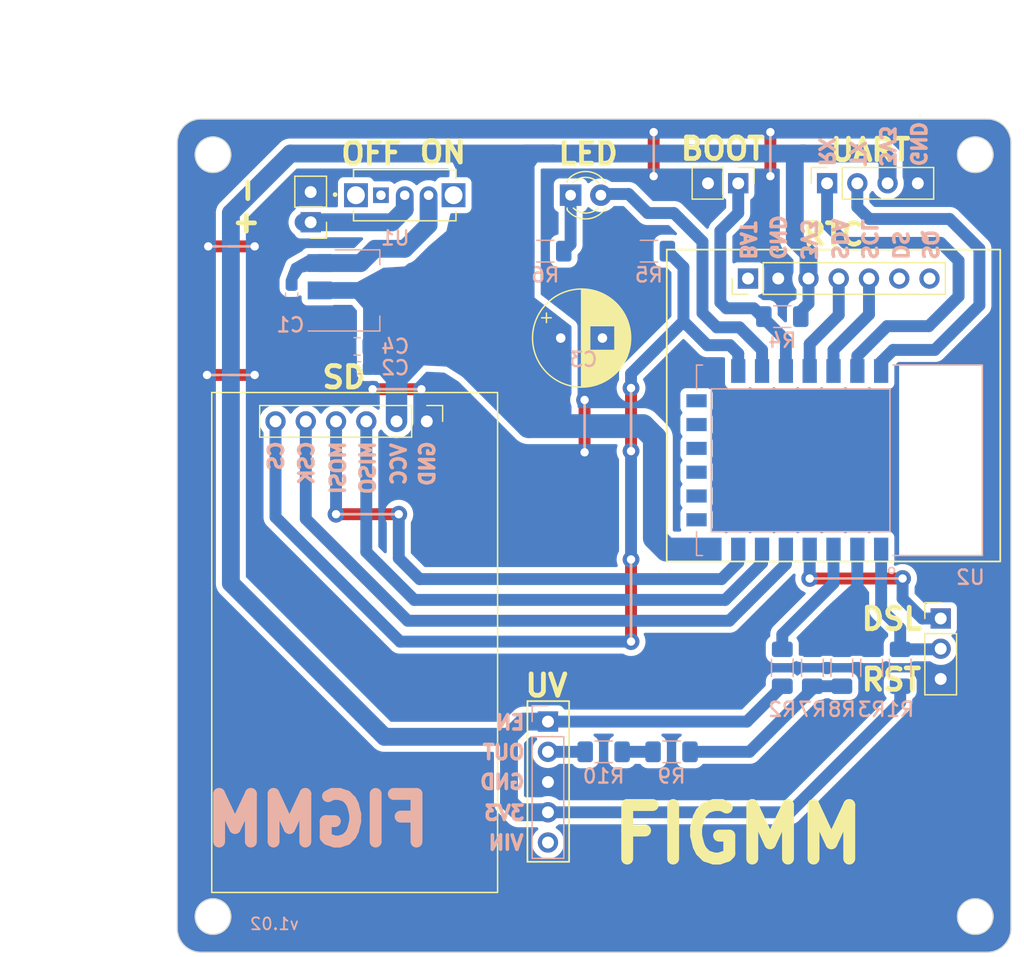
<source format=kicad_pcb>
(kicad_pcb (version 20221018) (generator pcbnew)
  (layers (0 "F.Cu" signal) (31 "B.Cu" signal) (34 "B.Paste" user) (35 "F.Paste" user) (36 "B.SilkS" user "B.Silkscreen") (37 "F.SilkS" user "F.Silkscreen") (38 "B.Mask" user) (39 "F.Mask" user) (44 "Edge.Cuts" user))
  (net 0 "")
  (net 1 "VDC")
  (net 2 "GND")
  (net 4 "+3.3V")
  (net 5 "/SDA")
  (net 6 "/SCL")
  (net 8 "/RST")
  (net 9 "/RX")
  (net 10 "/TX")
  (net 11 "/BOOT")
  (net 12 "+BATT")
  (net 13 "/DATA")
  (net 15 "/MISO")
  (net 16 "/MOSI")
  (net 17 "/CSK")
  (net 18 "/CS")
  (net 19 "Net-(J6-Pin_2)")
  (net 20 "/RES_GND")
  (net 22 "/LED")
  (net 24 "Net-(U2-EN)")
  (net 27 "/DeepSleep")
  (net 32 "Net-(R7-Pad2)")
  (net 33 "Net-(R10-Pad1)")
  (footprint "LED_THT:LED_D3.0mm" (layer "F.Cu") (at 151.925 65)
    (fp_text reference "D1" hide)
    (fp_text value "LED")
    (pad "1" thru_hole rect (at 0 0) (size 1.8 1.8) (drill 0.9) (layers "*.Cu" "*.Mask") (net 20 "/RES_GND"))
    (pad "2" thru_hole circle (at 2.54 0) (size 1.8 1.8) (drill 0.9) (layers "*.Cu" "*.Mask") (net 22 "/LED"))
  )
  (footprint "Switch_TH:SW_OS102011MS2QN1" (layer "F.Cu") (at 138 65)
    (fp_text reference "S1" hide)
    (fp_text value "ON/OFF")
    (pad "" np_thru_hole rect (at -4.1 0) (size 2 2) (drill 1.5) (layers "F&B.Cu" "*.Mask"))
    (pad "" np_thru_hole rect (at 4.1 0) (size 2 2) (drill 1.5) (layers "F&B.Cu" "*.Mask"))
    (pad "1" thru_hole rect (at -2 0) (size 1.308 1.308) (drill 0.8) (layers "*.Cu" "*.Mask"))
    (pad "2" thru_hole circle (at 0 0) (size 1.308 1.308) (drill 0.8) (layers "*.Cu" "*.Mask") (net 12 "+BATT"))
    (pad "3" thru_hole circle (at 2 0) (size 1.308 1.308) (drill 0.8) (layers "*.Cu" "*.Mask") (net 1 "VDC"))
  )
  (footprint "Connector_PinHeader_2.54mm:PinHeader_1x02_P2.54mm_Vertical" (layer "F.Cu") (at 130.1 67.275 180)
    (fp_text reference "J5" hide)
    (fp_text value "POWER")
    (pad "1" thru_hole rect (at 0 0 180) (size 1.7 1.7) (drill 1) (layers "*.Cu" "*.Mask") (net 12 "+BATT"))
    (pad "2" thru_hole oval (at 0 2.54 180) (size 1.7 1.7) (drill 1) (layers "*.Cu" "*.Mask") (net 2 "GND"))
  )
  (footprint "Connector_PinHeader_2.54mm:PinHeader_1x03_P2.54mm_Vertical" (layer "F.Cu") (at 183 100.56)
    (fp_text reference "J2" hide)
    (fp_text value "RESET")
    (pad "1" thru_hole rect (at 0 0) (size 1.7 1.7) (drill 1) (layers "*.Cu" "*.Mask") (net 27 "/DeepSleep"))
    (pad "2" thru_hole oval (at 0 2.54) (size 1.7 1.7) (drill 1) (layers "*.Cu" "*.Mask") (net 8 "/RST"))
    (pad "3" thru_hole oval (at 0 5.08) (size 1.7 1.7) (drill 1) (layers "*.Cu" "*.Mask") (net 2 "GND"))
  )
  (footprint "Capacitor_THT:CP_Radial_D8.0mm_P3.50mm" (layer "F.Cu") (at 151.097349 77)
    (fp_text reference "C3" (at 1.902651 1.8) (layer "B.SilkS") (effects (font (size 1.2 1.2) (thickness 0.2) bold) (justify mirror)))
    (fp_text value "1000u")
    (pad "1" thru_hole rect (at 0 0) (size 1.6 1.6) (drill 0.8) (layers "*.Cu" "*.Mask") (net 4 "+3.3V"))
    (pad "2" thru_hole circle (at 3.5 0) (size 1.6 1.6) (drill 0.8) (layers "*.Cu" "*.Mask") (net 2 "GND"))
  )
  (footprint "Connector_PinHeader_2.54mm:PinHeader_1x06_P2.54mm_Vertical" (layer "F.Cu") (at 139.85 84 -90)
    (fp_text reference "J7" hide)
    (fp_text value "Micro SD")
    (pad "1" thru_hole rect (at 0 0 270) (size 1.7 1.7) (drill 1) (layers "*.Cu" "*.Mask") (net 2 "GND"))
    (pad "2" thru_hole oval (at 0 2.54 270) (size 1.7 1.7) (drill 1) (layers "*.Cu" "*.Mask") (net 4 "+3.3V"))
    (pad "3" thru_hole oval (at 0 5.08 270) (size 1.7 1.7) (drill 1) (layers "*.Cu" "*.Mask") (net 15 "/MISO"))
    (pad "4" thru_hole oval (at 0 7.62 270) (size 1.7 1.7) (drill 1) (layers "*.Cu" "*.Mask") (net 16 "/MOSI"))
    (pad "5" thru_hole oval (at 0 10.16 270) (size 1.7 1.7) (drill 1) (layers "*.Cu" "*.Mask") (net 17 "/CSK"))
    (pad "6" thru_hole oval (at 0 12.7 270) (size 1.7 1.7) (drill 1) (layers "*.Cu" "*.Mask") (net 18 "/CS"))
  )
  (footprint "Connector_PinHeader_2.54mm:PinHeader_1x07_P2.54mm_Vertical" (layer "F.Cu") (at 166.82 72 90)
    (fp_text reference "J1" hide)
    (fp_text value "RTC Module")
    (pad "1" thru_hole rect (at 0 0 90) (size 1.7 1.7) (drill 1) (layers "*.Cu" "*.Mask"))
    (pad "2" thru_hole oval (at 0 2.54 90) (size 1.7 1.7) (drill 1) (layers "*.Cu" "*.Mask") (net 2 "GND"))
    (pad "3" thru_hole oval (at 0 5.08 90) (size 1.7 1.7) (drill 1) (layers "*.Cu" "*.Mask") (net 4 "+3.3V"))
    (pad "4" thru_hole oval (at 0 7.62 90) (size 1.7 1.7) (drill 1) (layers "*.Cu" "*.Mask") (net 5 "/SDA"))
    (pad "5" thru_hole oval (at 0 10.16 90) (size 1.7 1.7) (drill 1) (layers "*.Cu" "*.Mask") (net 6 "/SCL"))
    (pad "6" thru_hole oval (at 0 12.7 90) (size 1.7 1.7) (drill 1) (layers "*.Cu" "*.Mask"))
    (pad "7" thru_hole oval (at 0 15.24 90) (size 1.7 1.7) (drill 1) (layers "*.Cu" "*.Mask"))
  )
  (footprint "Connector_PinSocket_2.54mm:PinSocket_1x04_P2.54mm_Vertical" (layer "F.Cu") (at 173.46 64 90)
    (fp_text reference "J3" hide)
    (fp_text value "UART")
    (pad "1" thru_hole rect (at 0 0 90) (size 1.7 1.7) (drill 1) (layers "*.Cu" "*.Mask") (net 9 "/RX"))
    (pad "2" thru_hole oval (at 0 2.54 90) (size 1.7 1.7) (drill 1) (layers "*.Cu" "*.Mask") (net 10 "/TX"))
    (pad "3" thru_hole oval (at 0 5.08 90) (size 1.7 1.7) (drill 1) (layers "*.Cu" "*.Mask") (net 4 "+3.3V"))
    (pad "4" thru_hole oval (at 0 7.62 90) (size 1.7 1.7) (drill 1) (layers "*.Cu" "*.Mask") (net 2 "GND"))
  )
  (footprint "Connector_PinHeader_2.54mm:PinHeader_1x02_P2.54mm_Vertical" (layer "F.Cu") (at 166 64 -90)
    (fp_text reference "J4" hide)
    (fp_text value "BOOT")
    (pad "1" thru_hole rect (at 0 0 270) (size 1.7 1.7) (drill 1) (layers "*.Cu" "*.Mask") (net 11 "/BOOT"))
    (pad "2" thru_hole oval (at 0 2.54 270) (size 1.7 1.7) (drill 1) (layers "*.Cu" "*.Mask") (net 2 "GND"))
  )
  (footprint "Resistor_SMD:R_1206_3216Metric_Pad1.30x1.75mm_HandSolder" (layer "B.Cu") (at 169.7 75.2 180)
    (fp_text reference "R4" (at 0 -2) (layer "B.SilkS") (effects (font (size 1.2 1.2) (thickness 0.2) bold) (justify mirror)))
    (fp_text value "10K")
    (pad "1" smd roundrect (at -1.55 0 180) (size 1.3 1.75) (layers "B.Cu" "B.Paste" "B.Mask") (roundrect_rratio 0.192308) (net 4 "+3.3V"))
    (pad "2" smd roundrect (at 1.55 0 180) (size 1.3 1.75) (layers "B.Cu" "B.Paste" "B.Mask") (roundrect_rratio 0.192308) (net 11 "/BOOT"))
  )
  (footprint "Resistor_SMD:R_1206_3216Metric_Pad1.30x1.75mm_HandSolder" (layer "B.Cu") (at 179.6 104.7 90)
    (fp_text reference "R1" (at -3.5 0 180) (layer "B.SilkS") (effects (font (size 1.2 1.2) (thickness 0.2) bold) (justify mirror)))
    (fp_text value "10K")
    (pad "1" smd roundrect (at -1.55 0 90) (size 1.3 1.75) (layers "B.Cu" "B.Paste" "B.Mask") (roundrect_rratio 0.192308) (net 4 "+3.3V"))
    (pad "2" smd roundrect (at 1.55 0 90) (size 1.3 1.75) (layers "B.Cu" "B.Paste" "B.Mask") (roundrect_rratio 0.192308) (net 8 "/RST"))
  )
  (footprint "Resistor_SMD:R_1206_3216Metric_Pad1.30x1.75mm_HandSolder" (layer "B.Cu") (at 160.4 111.76 180)
    (fp_text reference "R9" (at 0 -2.04) (layer "B.SilkS") (effects (font (size 1.2 1.2) (thickness 0.2) bold) (justify mirror)))
    (fp_text value "10K")
    (pad "1" smd roundrect (at -1.55 0 180) (size 1.3 1.75) (layers "B.Cu" "B.Paste" "B.Mask") (roundrect_rratio 0.192308) (net 32 "Net-(R7-Pad2)"))
    (pad "2" smd roundrect (at 1.55 0 180) (size 1.3 1.75) (layers "B.Cu" "B.Paste" "B.Mask") (roundrect_rratio 0.192308) (net 33 "Net-(R10-Pad1)"))
  )
  (footprint "Capacitor_SMD:C_0603_1608Metric_Pad1.08x0.95mm_HandSolder" (layer "B.Cu") (at 128.5 73.3625 -90)
    (fp_text reference "C1" (at 2.5375 0.1 180) (layer "B.SilkS") (effects (font (size 1.2 1.2) (thickness 0.2) bold) (justify mirror)))
    (fp_text value "10u")
    (pad "1" smd roundrect (at -0.8625 0 270) (size 1.075 0.95) (layers "B.Cu" "B.Paste" "B.Mask") (net 1 "VDC"))
    (pad "2" smd roundrect (at 0.8625 0 270) (size 1.075 0.95) (layers "B.Cu" "B.Paste" "B.Mask") (net 2 "GND"))
  )
  (footprint "Capacitor_SMD:C_0805_2012Metric_Pad1.18x1.45mm_HandSolder" (layer "B.Cu") (at 134 77.7 180)
    (fp_text reference "C4" (at -3.2 0) (layer "B.SilkS") (effects (font (size 1.2 1.2) (thickness 0.2) bold) (justify mirror)))
    (fp_text value "100u")
    (pad "1" smd roundrect (at -1.0375 0 180) (size 1.175 1.45) (layers "B.Cu" "B.Paste" "B.Mask") (roundrect_rratio 0.212766) (net 4 "+3.3V"))
    (pad "2" smd roundrect (at 1.0375 0 180) (size 1.175 1.45) (layers "B.Cu" "B.Paste" "B.Mask") (roundrect_rratio 0.212766) (net 2 "GND"))
  )
  (footprint "Resistor_SMD:R_1206_3216Metric_Pad1.30x1.75mm_HandSolder" (layer "B.Cu") (at 154.7 111.76 180)
    (fp_text reference "R10" (at 0 -2.04 180) (layer "B.SilkS") (effects (font (size 1.2 1.2) (thickness 0.2) bold) (justify mirror)))
    (fp_text value "10K")
    (pad "1" smd roundrect (at -1.55 0 180) (size 1.3 1.75) (layers "B.Cu" "B.Paste" "B.Mask") (roundrect_rratio 0.192308) (net 33 "Net-(R10-Pad1)"))
    (pad "2" smd roundrect (at 1.55 0 180) (size 1.3 1.75) (layers "B.Cu" "B.Paste" "B.Mask") (roundrect_rratio 0.192308) (net 19 "Net-(J6-Pin_2)"))
  )
  (footprint "Package_TO_SOT_SMD:SOT-223-3_TabPin2" (layer "B.Cu") (at 134 73)
    (fp_text reference "U1" (at 3.2 -4.4) (layer "B.SilkS") (effects (font (size 1.2 1.2) (thickness 0.2) bold) (justify mirror)))
    (fp_text value "LM1117-3.3")
    (pad "1" smd rect (at -3.15 2.3) (size 2 1.5) (layers "B.Cu" "B.Paste" "B.Mask") (net 2 "GND"))
    (pad "2" smd rect (at -3.15 0) (size 2 1.5) (layers "B.Cu" "B.Paste" "B.Mask") (net 4 "+3.3V"))
    (pad "2" smd rect (at 3.15 0) (size 2 3.8) (layers "B.Cu" "B.Paste" "B.Mask") (net 4 "+3.3V"))
    (pad "3" smd rect (at -3.15 -2.3) (size 2 1.5) (layers "B.Cu" "B.Paste" "B.Mask") (net 1 "VDC"))
  )
  (footprint "Connector_PinSocket_2.54mm:PinSocket_1x05_P2.54mm_Vertical" (layer "B.Cu") (at 150.025 109.22 180)
    (fp_text reference "J6" hide)
    (fp_text value "UV sensor")
    (pad "1" thru_hole rect (at 0 0 180) (size 1.7 1.7) (drill 1) (layers "*.Cu" "*.Mask") (net 4 "+3.3V"))
    (pad "2" thru_hole oval (at 0 -2.54 180) (size 1.7 1.7) (drill 1) (layers "*.Cu" "*.Mask") (net 19 "Net-(J6-Pin_2)"))
    (pad "3" thru_hole oval (at 0 -5.08 180) (size 1.7 1.7) (drill 1) (layers "*.Cu" "*.Mask") (net 2 "GND"))
    (pad "4" thru_hole oval (at 0 -7.62 180) (size 1.7 1.7) (drill 1) (layers "*.Cu" "*.Mask") (net 4 "+3.3V"))
    (pad "5" thru_hole oval (at 0 -10.16 180) (size 1.7 1.7) (drill 1) (layers "*.Cu" "*.Mask"))
  )
  (footprint "Resistor_SMD:R_1206_3216Metric_Pad1.30x1.75mm_HandSolder" (layer "B.Cu") (at 158.5 69.7 180)
    (fp_text reference "R5" (at 0 -2 180) (layer "B.SilkS") (effects (font (size 1.2 1.2) (thickness 0.2) bold) (justify mirror)))
    (fp_text value "10K")
    (pad "1" smd roundrect (at -1.55 0 180) (size 1.3 1.75) (layers "B.Cu" "B.Paste" "B.Mask") (roundrect_rratio 0.192308) (net 18 "/CS"))
    (pad "2" smd roundrect (at 1.55 0 180) (size 1.3 1.75) (layers "B.Cu" "B.Paste" "B.Mask") (roundrect_rratio 0.192308) (net 2 "GND"))
  )
  (footprint "Resistor_SMD:R_1206_3216Metric_Pad1.30x1.75mm_HandSolder" (layer "B.Cu") (at 172.225 104.7 -90)
    (fp_text reference "R7" (at 3.5 0 180) (layer "B.SilkS") (effects (font (size 1.2 1.2) (thickness 0.2) bold) (justify mirror)))
    (fp_text value "10K")
    (pad "1" smd roundrect (at -1.55 0 270) (size 1.3 1.75) (layers "B.Cu" "B.Paste" "B.Mask") (roundrect_rratio 0.192308) (net 13 "/DATA"))
    (pad "2" smd roundrect (at 1.55 0 270) (size 1.3 1.75) (layers "B.Cu" "B.Paste" "B.Mask") (roundrect_rratio 0.192308) (net 32 "Net-(R7-Pad2)"))
  )
  (footprint "ESP8266_12E:XCVR_ESP8266-12E_ESP-12E" (layer "B.Cu") (at 171 87.27 90)
    (fp_text reference "U2" (at -9.83 14.5 180) (layer "B.SilkS") (effects (font (size 1.2 1.2) (thickness 0.2) bold) (justify mirror)))
    (fp_text value "ESP8266-12E/ESP-12E")
    (pad "1" smd rect (at -7.5 7 90) (size 2 1.2) (layers "B.Cu" "B.Paste" "B.Mask") (net 8 "/RST"))
    (pad "2" smd rect (at -7.5 5 90) (size 2 1.2) (layers "B.Cu" "B.Paste" "B.Mask") (net 13 "/DATA"))
    (pad "3" smd rect (at -7.5 3 90) (size 2 1.2) (layers "B.Cu" "B.Paste" "B.Mask") (net 24 "Net-(U2-EN)"))
    (pad "4" smd rect (at -7.5 1 90) (size 2 1.2) (layers "B.Cu" "B.Paste" "B.Mask") (net 27 "/DeepSleep"))
    (pad "5" smd rect (at -7.5 -1 90) (size 2 1.2) (layers "B.Cu" "B.Paste" "B.Mask") (net 17 "/CSK"))
    (pad "6" smd rect (at -7.5 -3 90) (size 2 1.2) (layers "B.Cu" "B.Paste" "B.Mask") (net 15 "/MISO"))
    (pad "7" smd rect (at -7.5 -5 90) (size 2 1.2) (layers "B.Cu" "B.Paste" "B.Mask") (net 16 "/MOSI"))
    (pad "8" smd rect (at -7.5 -7 90) (size 2 1.2) (layers "B.Cu" "B.Paste" "B.Mask") (net 4 "+3.3V"))
    (pad "9" smd rect (at -5 -8.5 90) (size 1.1 1.7) (layers "B.Cu" "B.Paste" "B.Mask"))
    (pad "10" smd rect (at -3 -8.5 90) (size 1.1 1.7) (layers "B.Cu" "B.Paste" "B.Mask"))
    (pad "11" smd rect (at -1 -8.5 90) (size 1.1 1.7) (layers "B.Cu" "B.Paste" "B.Mask"))
    (pad "12" smd rect (at 1 -8.5 90) (size 1.1 1.7) (layers "B.Cu" "B.Paste" "B.Mask"))
    (pad "13" smd rect (at 3 -8.5 90) (size 1.1 1.7) (layers "B.Cu" "B.Paste" "B.Mask"))
    (pad "14" smd rect (at 5 -8.5 90) (size 1.1 1.7) (layers "B.Cu" "B.Paste" "B.Mask"))
    (pad "15" smd rect (at 7.5 -7 90) (size 2 1.2) (layers "B.Cu" "B.Paste" "B.Mask") (net 2 "GND"))
    (pad "16" smd rect (at 7.5 -5 90) (size 2 1.2) (layers "B.Cu" "B.Paste" "B.Mask") (net 18 "/CS"))
    (pad "17" smd rect (at 7.5 -3 90) (size 2 1.2) (layers "B.Cu" "B.Paste" "B.Mask") (net 22 "/LED"))
    (pad "18" smd rect (at 7.5 -1 90) (size 2 1.2) (layers "B.Cu" "B.Paste" "B.Mask") (net 11 "/BOOT"))
    (pad "19" smd rect (at 7.5 1 90) (size 2 1.2) (layers "B.Cu" "B.Paste" "B.Mask") (net 5 "/SDA"))
    (pad "20" smd rect (at 7.5 3 90) (size 2 1.2) (layers "B.Cu" "B.Paste" "B.Mask") (net 6 "/SCL"))
    (pad "21" smd rect (at 7.5 5 90) (size 2 1.2) (layers "B.Cu" "B.Paste" "B.Mask") (net 9 "/RX"))
    (pad "22" smd rect (at 7.5 7 90) (size 2 1.2) (layers "B.Cu" "B.Paste" "B.Mask") (net 10 "/TX"))
    (zone (net 0) (net_name "") (layer "B.Cu") (connect_pads (clearance 0)) (min_thickness 0.01)
      (keepout (tracks not_allowed) (vias not_allowed) (pads not_allowed) (copperpour not_allowed) (footprints allowed))
      (fill (thermal_gap 0.508) (thermal_bridge_width 0.508))
      (polygon (pts (xy 186.5 95.27901) (xy 186.5 79.27) (xy 179.50958 79.27) (xy 179.50958 95.27901)))
    )
  )
  (footprint "Resistor_SMD:R_1206_3216Metric_Pad1.30x1.75mm_HandSolder" (layer "B.Cu") (at 177.2 104.7 90)
    (fp_text reference "R3" (at -3.5 0 180) (layer "B.SilkS") (effects (font (size 1.2 1.2) (thickness 0.2) bold) (justify mirror)))
    (fp_text value "10K")
    (pad "1" smd roundrect (at -1.55 0 90) (size 1.3 1.75) (layers "B.Cu" "B.Paste" "B.Mask") (roundrect_rratio 0.192308) (net 2 "GND"))
    (pad "2" smd roundrect (at 1.55 0 90) (size 1.3 1.75) (layers "B.Cu" "B.Paste" "B.Mask") (roundrect_rratio 0.192308) (net 13 "/DATA"))
  )
  (footprint "Resistor_SMD:R_1206_3216Metric_Pad1.30x1.75mm_HandSolder" (layer "B.Cu") (at 174.7 104.7 -90)
    (fp_text reference "R8" (at 3.5 0 180) (layer "B.SilkS") (effects (font (size 1.2 1.2) (thickness 0.2) bold) (justify mirror)))
    (fp_text value "10K")
    (pad "1" smd roundrect (at -1.55 0 270) (size 1.3 1.75) (layers "B.Cu" "B.Paste" "B.Mask") (roundrect_rratio 0.192308) (net 13 "/DATA"))
    (pad "2" smd roundrect (at 1.55 0 270) (size 1.3 1.75) (layers "B.Cu" "B.Paste" "B.Mask") (roundrect_rratio 0.192308) (net 32 "Net-(R7-Pad2)"))
  )
  (footprint "Capacitor_SMD:C_0603_1608Metric_Pad1.08x0.95mm_HandSolder" (layer "B.Cu") (at 134.15 79.5 180)
    (fp_text reference "C2" (at -3.05 0) (layer "B.SilkS") (effects (font (size 1.2 1.2) (thickness 0.2) bold) (justify mirror)))
    (fp_text value "10u")
    (pad "1" smd roundrect (at -0.8625 0 180) (size 1.075 0.95) (layers "B.Cu" "B.Paste" "B.Mask") (net 4 "+3.3V"))
    (pad "2" smd roundrect (at 0.8625 0 180) (size 1.075 0.95) (layers "B.Cu" "B.Paste" "B.Mask") (net 2 "GND"))
  )
  (footprint "Resistor_SMD:R_1206_3216Metric_Pad1.30x1.75mm_HandSolder" (layer "B.Cu") (at 169.7 104.7 90)
    (fp_text reference "R2" (at -3.5 0 180) (layer "B.SilkS") (effects (font (size 1.2 1.2) (thickness 0.2) bold) (justify mirror)))
    (fp_text value "10K")
    (pad "1" smd roundrect (at -1.55 0 90) (size 1.3 1.75) (layers "B.Cu" "B.Paste" "B.Mask") (roundrect_rratio 0.192308) (net 4 "+3.3V"))
    (pad "2" smd roundrect (at 1.55 0 90) (size 1.3 1.75) (layers "B.Cu" "B.Paste" "B.Mask") (roundrect_rratio 0.192308) (net 24 "Net-(U2-EN)"))
  )
  (footprint "Resistor_SMD:R_1206_3216Metric_Pad1.30x1.75mm_HandSolder" (layer "B.Cu") (at 149.8 69.7 180)
    (fp_text reference "R6" (at 0 -2) (layer "B.SilkS") (effects (font (size 1.2 1.2) (thickness 0.2) bold) (justify mirror)))
    (fp_text value "180R")
    (pad "1" smd roundrect (at -1.55 0 180) (size 1.3 1.75) (layers "B.Cu" "B.Paste" "B.Mask") (roundrect_rratio 0.192308) (net 20 "/RES_GND"))
    (pad "2" smd roundrect (at 1.55 0 180) (size 1.3 1.75) (layers "B.Cu" "B.Paste" "B.Mask") (roundrect_rratio 0.192308) (net 4 "+3.3V"))
  )
  (gr_line (start 125.4 69.3) (end 121.5 69.3) (stroke (width 0.2)) (layer "B.SilkS"))
  (gr_line (start 153.1 82.2) (end 153.1 86.6) (stroke (width 0.2)) (layer "B.SilkS"))
  (gr_line (start 125.4 80.1) (end 121.4 80.1) (stroke (width 0.2)) (layer "B.SilkS"))
  (gr_line (start 179.8 97.2) (end 172 97.2) (stroke (width 0.2)) (layer "B.SilkS"))
  (gr_line (start 139.4 81.3) (end 135.3 81.3) (stroke (width 0.2)) (layer "B.SilkS"))
  (gr_line (start 157 81.2) (end 157 86.5) (stroke (width 0.2)) (layer "B.SilkS"))
  (gr_line (start 158.9 63.4) (end 158.9 59.7) (stroke (width 0.2)) (layer "B.SilkS"))
  (gr_line (start 168.7 63.4) (end 168.7 59.7) (stroke (width 0.2)) (layer "B.SilkS"))
  (gr_line (start 137.5 91.8) (end 132.2 91.8) (stroke (width 0.2)) (layer "B.SilkS"))
  (gr_line (start 157 95.6) (end 157 102.5) (stroke (width 0.2)) (layer "B.SilkS"))
  (gr_rect (start 148.3 107.5) (end 151.8 121) (stroke (width 0.15)) (fill none) (layer "F.SilkS"))
  (gr_line (start 139.4 81.3) (end 135.3 81.3) (stroke (width 0.2)) (layer "F.SilkS"))
  (gr_line (start 172 97.2) (end 179.8 97.2) (stroke (width 0.2)) (layer "F.SilkS"))
  (gr_line (start 158.9 63.4) (end 158.9 59.7) (stroke (width 0.2)) (layer "F.SilkS"))
  (gr_rect (start 121.795 81.575) (end 145.795 123.575) (stroke (width 0.127)) (fill none) (layer "F.SilkS"))
  (gr_line (start 153.1 86.6) (end 153.1 82.2) (stroke (width 0.2)) (layer "F.SilkS"))
  (gr_line (start 168.7 63.4) (end 168.7 59.7) (stroke (width 0.2)) (layer "F.SilkS"))
  (gr_line (start 157 86.5) (end 157 81.2) (stroke (width 0.2)) (layer "F.SilkS"))
  (gr_line (start 125.4 69.3) (end 121.5 69.3) (stroke (width 0.2) (type dash)) (layer "F.SilkS"))
  (gr_line (start 137.5 91.8) (end 132.2 91.8) (stroke (width 0.2)) (layer "F.SilkS"))
  (gr_line (start 125.4 80.1) (end 121.4 80.1) (stroke (width 0.2) (type dash)) (layer "F.SilkS"))
  (gr_line (start 157 102.5) (end 157 95.6) (stroke (width 0.2)) (layer "F.SilkS"))
  (gr_rect (start 160 69.57) (end 188 95.77) (stroke (width 0.15)) (fill none) (layer "F.SilkS"))
  (gr_circle (center 185.9 61.6) (end 184.4 61.6) (stroke (width 0.1)) (fill none) (layer "Edge.Cuts"))
  (gr_line (start 186.9 128.6) (end 120.9 128.6) (stroke (width 0.1)) (layer "Edge.Cuts"))
  (gr_arc (start 120.9 128.6) (mid 119.485786 128.014214) (end 118.9 126.6) (stroke (width 0.1)) (layer "Edge.Cuts"))
  (gr_arc (start 118.9 60.6) (mid 119.485786 59.185786) (end 120.9 58.6) (stroke (width 0.1)) (layer "Edge.Cuts"))
  (gr_line (start 120.9 58.6) (end 186.9 58.6) (stroke (width 0.1)) (layer "Edge.Cuts"))
  (gr_line (start 118.9 126.6) (end 118.9 60.6) (stroke (width 0.1)) (layer "Edge.Cuts"))
  (gr_arc (start 188.9 126.6) (mid 188.314214 128.014214) (end 186.9 128.6) (stroke (width 0.1)) (layer "Edge.Cuts"))
  (gr_circle (center 121.9 61.6) (end 121.9 63.1) (stroke (width 0.1)) (fill none) (layer "Edge.Cuts"))
  (gr_arc (start 186.9 58.6) (mid 188.314214 59.185786) (end 188.9 60.6) (stroke (width 0.1)) (layer "Edge.Cuts"))
  (gr_circle (center 121.9 125.6) (end 123.4 125.6) (stroke (width 0.1)) (fill none) (layer "Edge.Cuts"))
  (gr_circle (center 185.9 125.6) (end 185.9 124.1) (stroke (width 0.1)) (fill none) (layer "Edge.Cuts"))
  (gr_line (start 188.9 60.6) (end 188.9 126.6) (stroke (width 0.1)) (layer "Edge.Cuts"))
  (gr_text "v1.02" (at 129.2 126.8) (layer "B.SilkS") (effects (font (size 1 1)) (justify left bottom mirror)))
  (gr_text "SDA" (at 174.5 68.685714 -90) (layer "B.SilkS") (effects (font (size 1.2 1.2) (thickness 0.3)) (justify mirror)))
  (gr_text "VIN" (at 146.5 119.4) (layer "B.SilkS") (effects (font (size 1.2 1.2) (thickness 0.3)) (justify mirror)))
  (gr_text "EN" (at 146.842857 109.3) (layer "B.SilkS") (effects (font (size 1.2 1.2) (thickness 0.3)) (justify mirror)))
  (gr_text "RX\n" (at 173.4 61.357143 -90) (layer "B.SilkS") (effects (font (size 1.2 1.2) (thickness 0.3)) (justify mirror)))
  (gr_text "3V3" (at 178.5 60.871429 -90) (layer "B.SilkS") (effects (font (size 1.2 1.2) (thickness 0.3)) (justify mirror)))
  (gr_text "TX\n" (at 176 61.5 -90) (layer "B.SilkS") (effects (font (size 1.2 1.2) (thickness 0.3)) (justify mirror)))
  (gr_text "3V3" (at 171.9 68.714286 -90) (layer "B.SilkS") (effects (font (size 1.2 1.2) (thickness 0.3)) (justify mirror)))
  (gr_text "MISO" (at 134.9 87.9 90) (layer "B.SilkS") (effects (font (size 1.2 1.2) (thickness 0.3)) (justify mirror)))
  (gr_text "MOSI" (at 132.4 87.9 90) (layer "B.SilkS") (effects (font (size 1.2 1.2) (thickness 0.3)) (justify mirror)))
  (gr_text "SQ" (at 182.1 69.171428 -90) (layer "B.SilkS") (effects (font (size 1.2 1.2) (thickness 0.3)) (justify mirror)))
  (gr_text "GND\n" (at 181.1 60.7 -90) (layer "B.SilkS") (effects (font (size 1.2 1.2) (thickness 0.3)) (justify mirror)))
  (gr_text "GND" (at 146.185714 114.3) (layer "B.SilkS") (effects (font (size 1.2 1.2) (thickness 0.3)) (justify mirror)))
  (gr_text "BAT\n" (at 166.8 68.8 -90) (layer "B.SilkS") (effects (font (size 1.2 1.2) (thickness 0.3)) (justify mirror)))
  (gr_text "CSK" (at 129.75 87.5 90) (layer "B.SilkS") (effects (font (size 1.2 1.2) (thickness 0.3)) (justify mirror)))
  (gr_text "FIGMM" (at 130.7 117.5) (layer "B.SilkS") (effects (font (size 4 4) (thickness 1)) (justify mirror)))
  (gr_text "VCC" (at 137.499357 87.6 90) (layer "B.SilkS") (effects (font (size 1.2 1.2) (thickness 0.3)) (justify mirror)))
  (gr_text "GND" (at 139.9 87.557143 90) (layer "B.SilkS") (effects (font (size 1.2 1.2) (thickness 0.3)) (justify mirror)))
  (gr_text "SCL\n" (at 177 68.714285 -90) (layer "B.SilkS") (effects (font (size 1.2 1.2) (thickness 0.3)) (justify mirror)))
  (gr_text "GND" (at 169.3 68.542857 -90) (layer "B.SilkS") (effects (font (size 1.2 1.2) (thickness 0.3)) (justify mirror)))
  (gr_text "3V3\n" (at 146.357143 116.9) (layer "B.SilkS") (effects (font (size 1.2 1.2) (thickness 0.3)) (justify mirror)))
  (gr_text "CS" (at 127.2 86.9 90) (layer "B.SilkS") (effects (font (size 1.2 1.2) (thickness 0.3)) (justify mirror)))
  (gr_text "OUT" (at 146.3 111.8) (layer "B.SilkS") (effects (font (size 1.2 1.2) (thickness 0.3)) (justify mirror)))
  (gr_text "DS" (at 179.6 69.2 270) (layer "B.SilkS") (effects (font (size 1.2 1.2) (thickness 0.3)) (justify mirror)))
  (gr_text "ON" (at 141.2 61.4) (layer "F.SilkS") (effects (font (size 1.8 1.8) (thickness 0.4) bold)))
  (gr_text "UART" (at 177.1 61.2) (layer "F.SilkS") (effects (font (size 1.8 1.8) (thickness 0.4) bold)))
  (gr_text "LED" (at 153.4 61.5) (layer "F.SilkS") (effects (font (size 1.8 1.8) (thickness 0.4) bold)))
  (gr_text "RTC" (at 174 68.3) (layer "F.SilkS") (effects (font (size 1.8 1.8) (thickness 0.4) bold)))
  (gr_text "RST" (at 178.857143 105.7) (layer "F.SilkS") (effects (font (size 1.8 1.8) (thickness 0.4) bold)))
  (gr_text "OFF" (at 135.2 61.5) (layer "F.SilkS") (effects (font (size 1.8 1.8) (thickness 0.4) bold)))
  (gr_text "-" (at 124.7 64.6 90) (layer "F.SilkS") (effects (font (size 1.8 1.8) (thickness 0.4) bold)))
  (gr_text "+" (at 124.7 67.2) (layer "F.SilkS") (effects (font (size 1.8 1.8) (thickness 0.4) bold)))
  (gr_text "FIGMM" (at 166 118.7) (layer "F.SilkS") (effects (font (size 4.5 4.5) (thickness 1))))
  (gr_text "SD" (at 132.9 80.3) (layer "F.SilkS") (effects (font (size 1.8 1.8) (thickness 0.4) bold)))
  (gr_text "UV" (at 149.9 106.2) (layer "F.SilkS") (effects (font (size 1.8 1.8) (thickness 0.4) bold)))
  (gr_text "DSL\n" (at 178.9 100.6) (layer "F.SilkS") (effects (font (size 1.8 1.8) (thickness 0.4) bold)))
  (gr_text "BOOT\n" (at 164.7 61.1) (layer "F.SilkS") (effects (font (size 1.8 1.8) (thickness 0.4) bold)))
  (segment (start 140 65) (end 140 67.5) (width 1.5) (layer "B.Cu") (net 1))
  (segment (start 138 69.5) (end 135.5 69.5) (width 1.5) (layer "B.Cu") (net 1))
  (segment (start 140 67.5) (end 138 69.5) (width 1.5) (layer "B.Cu") (net 1))
  (segment (start 134.3 70.7) (end 130.85 70.7) (width 1.5) (layer "B.Cu") (net 1))
  (segment (start 135.5 69.5) (end 134.3 70.7) (width 1.5) (layer "B.Cu") (net 1))
  (segment (start 125.4 69.3) (end 121.4 69.3) (width 1) (layer "F.Cu") (net 2))
  (segment (start 153.1 82.2) (end 153.1 86.6) (width 1) (layer "F.Cu") (net 2))
  (segment (start 139.4 81.3) (end 135.2 81.3) (width 1) (layer "F.Cu") (net 2))
  (segment (start 168.7 59.6) (end 168.7 63.5) (width 1) (layer "F.Cu") (net 2))
  (segment (start 125.4 80.1) (end 121.4 80.1) (width 1) (layer "F.Cu") (net 2))
  (segment (start 158.9 63.5) (end 158.9 59.6) (width 1) (layer "F.Cu") (net 2))
  (via (at 168.7 59.7) (size 1.4) (drill 0.7) (layers "F.Cu" "B.Cu") (net 2))
  (via (at 121.4 80.1) (size 1.4) (drill 0.7) (layers "F.Cu" "B.Cu") (net 2))
  (via (at 168.7 63.4) (size 1.4) (drill 0.7) (layers "F.Cu" "B.Cu") (net 2))
  (via (at 121.5 69.3) (size 1.4) (drill 0.7) (layers "F.Cu" "B.Cu") (net 2))
  (via (at 125.4 80.1) (size 1.4) (drill 0.7) (layers "F.Cu" "B.Cu") (net 2))
  (via (at 153.1 82.2) (size 1.4) (drill 0.7) (layers "F.Cu" "B.Cu") (net 2))
  (via (at 125.4 69.3) (size 1.4) (drill 0.7) (layers "F.Cu" "B.Cu") (net 2))
  (via (at 158.9 63.4) (size 1.4) (drill 0.7) (layers "F.Cu" "B.Cu") (net 2))
  (via (at 139.4 81.3) (size 1.4) (drill 0.7) (layers "F.Cu" "B.Cu") (net 2))
  (via (at 153.1 86.6) (size 1.4) (drill 0.7) (layers "F.Cu" "B.Cu") (net 2))
  (via (at 135.3 81.3) (size 1.4) (drill 0.7) (layers "F.Cu" "B.Cu") (net 2))
  (via (at 158.9 59.7) (size 1.4) (drill 0.7) (layers "F.Cu" "B.Cu") (net 2))
  (segment (start 178.54 62.04) (end 178 61.5) (width 1.5) (layer "B.Cu") (net 4))
  (segment (start 150.5 61.5) (end 128.4 61.5) (width 1.5) (layer "B.Cu") (net 4))
  (segment (start 159 93.8) (end 159.97 94.77) (width 2) (layer "B.Cu") (net 4))
  (segment (start 178.54 64) (end 178.54 62.04) (width 1.5) (layer "B.Cu") (net 4))
  (segment (start 166.73 109.22) (end 169.7 106.25) (width 1) (layer "B.Cu") (net 4))
  (segment (start 146.75 110.5) (end 148.03 109.22) (width 1.5) (layer "B.Cu") (net 4))
  (segment (start 137.15 73) (end 137.15 73.15) (width 2) (layer "B.Cu") (net 4))
  (segment (start 150.025 116.84) (end 170.36 116.84) (width 1) (layer "B.Cu") (net 4))
  (segment (start 137.15 77.15) (end 137.15 73) (width 2) (layer "B.Cu") (net 4))
  (segment (start 123.4 97.6) (end 136.3 110.5) (width 1.5) (layer "B.Cu") (net 4))
  (segment (start 147.59 116.84) (end 146.75 116) (width 1.5) (layer "B.Cu") (net 4))
  (segment (start 170.36 116.84) (end 179.6 107.6) (width 1) (layer "B.Cu") (net 4))
  (segment (start 171.25 74.75) (end 171.25 75.2) (width 1) (layer "B.Cu") (net 4))
  (segment (start 168.5 61.5) (end 150.5 61.5) (width 1.5) (layer "B.Cu") (net 4))
  (segment (start 146.75 116) (end 146.75 110.5) (width 1.5) (layer "B.Cu") (net 4))
  (segment (start 137.31 84) (end 137.31 77.31) (width 1.8) (layer "B.Cu") (net 4))
  (segment (start 148.03 109.22) (end 150.025 109.22) (width 1.5) (layer "B.Cu") (net 4))
  (segment (start 150.5 61.5) (end 148.1 61.5) (width 1.5) (layer "B.Cu") (net 4))
  (segment (start 137.924895 73) (end 137.15 73) (width 1) (layer "B.Cu") (net 4))
  (segment (start 178 61.5) (end 171.5 61.5) (width 1.5) (layer "B.Cu") (net 4))
  (segment (start 137.15 73.15) (end 148.4 84.4) (width 2) (layer "B.Cu") (net 4))
  (segment (start 159.97 94.77) (end 163.4 94.77) (width 2) (layer "B.Cu") (net 4))
  (segment (start 171.9 69.9) (end 170.75 68.75) (width 1.5) (layer "B.Cu") (net 4))
  (segment (start 123.4 66.5) (end 123.4 97.6) (width 1.5) (layer "B.Cu") (net 4))
  (segment (start 148.4 84.4) (end 158 84.4) (width 2) (layer "B.Cu") (net 4))
  (segment (start 171.9 72) (end 171.9 69.9) (width 1.5) (layer "B.Cu") (net 4))
  (segment (start 150.025 109.22) (end 166.73 109.22) (width 1) (layer "B.Cu") (net 4))
  (segment (start 159 85.4) (end 159 93.8) (width 2) (layer "B.Cu") (net 4))
  (segment (start 158 84.4) (end 159 85.4) (width 2) (layer "B.Cu") (net 4))
  (segment (start 170.75 68.75) (end 170.75 61.55) (width 1.5) (layer "B.Cu") (net 4))
  (segment (start 137.31 77.31) (end 137.15 77.15) (width 2) (layer "B.Cu") (net 4))
  (segment (start 179.6 107.6) (end 179.6 106.25) (width 1) (layer "B.Cu") (net 4))
  (segment (start 150.025 116.84) (end 147.59 116.84) (width 1.5) (layer "B.Cu") (net 4))
  (segment (start 128.4 61.5) (end 123.4 66.5) (width 1.5) (layer "B.Cu") (net 4))
  (segment (start 171.9 74.1) (end 171.25 74.75) (width 1) (layer "B.Cu") (net 4))
  (segment (start 171.5 61.5) (end 168.5 61.5) (width 1.5) (layer "B.Cu") (net 4))
  (segment (start 171.9 74.1) (end 171.9 72) (width 1) (layer "B.Cu") (net 4))
  (segment (start 136.3 110.5) (end 146.75 110.5) (width 1.5) (layer "B.Cu") (net 4))
  (segment (start 171.5 61.5) (end 171.3 61.5) (width 1.5) (layer "B.Cu") (net 4))
  (segment (start 172 79.77) (end 172 77.5) (width 1) (layer "B.Cu") (net 5))
  (segment (start 172 77.5) (end 174.44 75.06) (width 1) (layer "B.Cu") (net 5))
  (segment (start 174.44 75.06) (end 174.44 72) (width 1) (layer "B.Cu") (net 5))
  (segment (start 174 78) (end 176.98 75.02) (width 1) (layer "B.Cu") (net 6))
  (segment (start 174 79.77) (end 174 78) (width 1) (layer "B.Cu") (net 6))
  (segment (start 176.98 75.02) (end 176.98 72) (width 1) (layer "B.Cu") (net 6))
  (segment (start 182.95 103.15) (end 183 103.1) (width 1) (layer "B.Cu") (net 8))
  (segment (start 178 94.77) (end 178 99.8) (width 1) (layer "B.Cu") (net 8))
  (segment (start 179.6 101.4) (end 179.6 103.15) (width 1) (layer "B.Cu") (net 8))
  (segment (start 178 99.8) (end 179.6 101.4) (width 1) (layer "B.Cu") (net 8))
  (segment (start 179.6 103.15) (end 182.95 103.15) (width 1) (layer "B.Cu") (net 8))
  (segment (start 176 79.77) (end 176 78.5) (width 1) (layer "B.Cu") (net 9))
  (segment (start 184.5 73.5) (end 184.5 70.5) (width 1) (layer "B.Cu") (net 9))
  (segment (start 183 69) (end 175 69) (width 1) (layer "B.Cu") (net 9))
  (segment (start 178.5 76) (end 182 76) (width 1) (layer "B.Cu") (net 9))
  (segment (start 176 78.5) (end 178.5 76) (width 1) (layer "B.Cu") (net 9))
  (segment (start 173.46 67.46) (end 173.46 64) (width 1) (layer "B.Cu") (net 9))
  (segment (start 182 76) (end 184.5 73.5) (width 1) (layer "B.Cu") (net 9))
  (segment (start 175 69) (end 173.46 67.46) (width 1) (layer "B.Cu") (net 9))
  (segment (start 184.5 70.5) (end 183 69) (width 1) (layer "B.Cu") (net 9))
  (segment (start 179 78) (end 182.5 78) (width 1) (layer "B.Cu") (net 10))
  (segment (start 183.75 67) (end 177 67) (width 1) (layer "B.Cu") (net 10))
  (segment (start 186.25 74.25) (end 186.25 69.5) (width 1) (layer "B.Cu") (net 10))
  (segment (start 186.25 69.5) (end 183.75 67) (width 1) (layer "B.Cu") (net 10))
  (segment (start 182.5 78) (end 186.25 74.25) (width 1) (layer "B.Cu") (net 10))
  (segment (start 178 79.77) (end 178 79) (width 1) (layer "B.Cu") (net 10))
  (segment (start 176 66) (end 176 64) (width 1) (layer "B.Cu") (net 10))
  (segment (start 177 67) (end 176 66) (width 1) (layer "B.Cu") (net 10))
  (segment (start 178 79) (end 179 78) (width 1) (layer "B.Cu") (net 10))
  (segment (start 166 66.5) (end 164.5 68) (width 1) (layer "B.Cu") (net 11))
  (segment (start 164.5 74) (end 165 74.5) (width 1) (layer "B.Cu") (net 11))
  (segment (start 170 77.2) (end 170 79.77) (width 1) (layer "B.Cu") (net 11))
  (segment (start 165 74.5) (end 167.3 74.5) (width 1) (layer "B.Cu") (net 11))
  (segment (start 166 64) (end 166 66.5) (width 1) (layer "B.Cu") (net 11))
  (segment (start 167.3 74.5) (end 170 77.2) (width 1) (layer "B.Cu") (net 11))
  (segment (start 164.5 68) (end 164.5 74) (width 1) (layer "B.Cu") (net 11))
  (segment (start 138 66.208) (end 136.933 67.275) (width 1.5) (layer "B.Cu") (net 12))
  (segment (start 138 65) (end 138 66.208) (width 1.5) (layer "B.Cu") (net 12))
  (segment (start 136.933 67.275) (end 129.5 67.275) (width 1.5) (layer "B.Cu") (net 12))
  (segment (start 176 94.77) (end 176 98.4) (width 1) (layer "B.Cu") (net 13))
  (segment (start 168 94.77) (end 168 95.9) (width 1) (layer "B.Cu") (net 15))
  (segment (start 164.9 99) (end 138.8 99) (width 1) (layer "B.Cu") (net 15))
  (segment (start 134.77 94.97) (end 134.77 84) (width 1) (layer "B.Cu") (net 15))
  (segment (start 138.8 99) (end 134.77 94.97) (width 1) (layer "B.Cu") (net 15))
  (segment (start 168 95.9) (end 164.9 99) (width 1) (layer "B.Cu") (net 15))
  (segment (start 137.5 91.8) (end 132.23 91.8) (width 1) (layer "F.Cu") (net 16))
  (via (at 137.5 91.8) (size 1.4) (drill 0.7) (layers "F.Cu" "B.Cu") (net 16))
  (via (at 132.23 91.8) (size 1.4) (drill 0.7) (layers "F.Cu" "B.Cu") (net 16))
  (segment (start 132.23 84) (end 132.23 91.8) (width 1) (layer "B.Cu") (net 16))
  (segment (start 164.6 97.25) (end 139.25 97.25) (width 1) (layer "B.Cu") (net 16))
  (segment (start 166 94.77) (end 166 95.85) (width 1) (layer "B.Cu") (net 16))
  (segment (start 139.25 97.25) (end 137.5 95.5) (width 1) (layer "B.Cu") (net 16))
  (segment (start 137.5 95.5) (end 137.5 91.8) (width 1) (layer "B.Cu") (net 16))
  (segment (start 166 95.85) (end 164.6 97.25) (width 1) (layer "B.Cu") (net 16))
  (segment (start 170 94.77) (end 170 96) (width 1) (layer "B.Cu") (net 17))
  (segment (start 138.25 100.75) (end 129.69 92.19) (width 1) (layer "B.Cu") (net 17))
  (segment (start 170 96) (end 165.25 100.75) (width 1) (layer "B.Cu") (net 17))
  (segment (start 165.25 100.75) (end 138.25 100.75) (width 1) (layer "B.Cu") (net 17))
  (segment (start 129.69 92.19) (end 129.69 84) (width 1) (layer "B.Cu") (net 17))
  (segment (start 157 95.6) (end 157 102.5) (width 1) (layer "F.Cu") (net 18))
  (segment (start 157 81.2) (end 157 86.4) (width 1) (layer "F.Cu") (net 18))
  (via (at 157 95.6) (size 1.4) (drill 0.7) (layers "F.Cu" "B.Cu") (net 18))
  (via (at 157 81.2) (size 1.4) (drill 0.7) (layers "F.Cu" "B.Cu") (net 18))
  (via (at 157 86.5) (size 1.4) (drill 0.7) (layers "F.Cu" "B.Cu") (net 18))
  (via (at 157 102.5) (size 1.4) (drill 0.7) (layers "F.Cu" "B.Cu") (net 18))
  (segment (start 161.4 71.05) (end 160.05 69.7) (width 1) (layer "B.Cu") (net 18))
  (segment (start 127.15 92.05) (end 137.6 102.5) (width 1) (layer "B.Cu") (net 18))
  (segment (start 163.4 77.6) (end 161.4 75.6) (width 1) (layer "B.Cu") (net 18))
  (segment (start 157 86.5) (end 157 95.6) (width 1) (layer "B.Cu") (net 18))
  (segment (start 166 79.77) (end 166 78.3) (width 1) (layer "B.Cu") (net 18))
  (segment (start 165.3 77.6) (end 163.4 77.6) (width 1) (layer "B.Cu") (net 18))
  (segment (start 137.6 102.5) (end 157 102.5) (width 1) (layer "B.Cu") (net 18))
  (segment (start 157 80) (end 157 81.2) (width 1) (layer "B.Cu") (net 18))
  (segment (start 166 78.3) (end 165.3 77.6) (width 1) (layer "B.Cu") (net 18))
  (segment (start 127.15 84) (end 127.15 92.05) (width 1) (layer "B.Cu") (net 18))
  (segment (start 161.4 75.6) (end 161.4 71.05) (width 1) (layer "B.Cu") (net 18))
  (segment (start 157 80) (end 161.4 75.6) (width 1) (layer "B.Cu") (net 18))
  (segment (start 153.15 111.76) (end 150.025 111.76) (width 1) (layer "B.Cu") (net 19))
  (segment (start 151.925 69.125) (end 151.35 69.7) (width 1) (layer "B.Cu") (net 20))
  (segment (start 151.925 65) (end 151.925 69.125) (width 1) (layer "B.Cu") (net 20))
  (segment (start 158.4 66.5) (end 156.8 64.9) (width 1) (layer "B.Cu") (net 22))
  (segment (start 163 74.9) (end 163 68.9) (width 1) (layer "B.Cu") (net 22))
  (segment (start 166.1 76.1) (end 164.2 76.1) (width 1) (layer "B.Cu") (net 22))
  (segment (start 156.8 64.9) (end 154.565 64.9) (width 1) (layer "B.Cu") (net 22))
  (segment (start 168 78) (end 166.1 76.1) (width 1) (layer "B.Cu") (net 22))
  (segment (start 164.2 76.1) (end 163 74.9) (width 1) (layer "B.Cu") (net 22))
  (segment (start 154.565 64.9) (end 154.465 65) (width 1) (layer "B.Cu") (net 22))
  (segment (start 168 79.77) (end 168 78) (width 1) (layer "B.Cu") (net 22))
  (segment (start 163 68.9) (end 160.6 66.5) (width 1) (layer "B.Cu") (net 22))
  (segment (start 160.6 66.5) (end 158.4 66.5) (width 1) (layer "B.Cu") (net 22))
  (segment (start 174 97.6) (end 169.7 101.9) (width 1) (layer "B.Cu") (net 24))
  (segment (start 174 94.77) (end 174 97.6) (width 1) (layer "B.Cu") (net 24))
  (segment (start 169.7 101.9) (end 169.7 103.15) (width 1) (layer "B.Cu") (net 24))
  (segment (start 179.8 97.2) (end 172 97.2) (width 1) (layer "F.Cu") (net 27))
  (via (at 172 97.2) (size 1.4) (drill 0.7) (layers "F.Cu" "B.Cu") (net 27))
  (via (at 179.8 97.2) (size 1.4) (drill 0.7) (layers "F.Cu" "B.Cu") (net 27))
  (segment (start 179.8 97.2) (end 179.8 98.9) (width 1) (layer "B.Cu") (net 27))
  (segment (start 181.46 100.56) (end 183 100.56) (width 1) (layer "B.Cu") (net 27))
  (segment (start 179.8 98.9) (end 181.46 100.56) (width 1) (layer "B.Cu") (net 27))
  (segment (start 172 97.2) (end 172 94.77) (width 1) (layer "B.Cu") (net 27))
  (segment (start 174.7 106.25) (end 172.225 106.25) (width 1) (layer "B.Cu") (net 32))
  (segment (start 172.175 106.525) (end 172.175 106.25) (width 1) (layer "B.Cu") (net 32))
  (segment (start 166.94 111.76) (end 172.175 106.525) (width 1) (layer "B.Cu") (net 32))
  (segment (start 161.95 111.76) (end 166.94 111.76) (width 1) (layer "B.Cu") (net 32))
  (segment (start 156.25 111.76) (end 158.85 111.76) (width 1) (layer "B.Cu") (net 33))
  (zone (net 13) (net_name "/DATA") (layer "B.Cu") (priority 2) (connect_pads yes (clearance 0.508)) (min_thickness 0.25) (fill yes (thermal_gap 0.5) (thermal_bridge_width 0.5))
    (polygon (pts (xy 170.7 103.7) (xy 170.7 102.1) (xy 175.5 97.7) (xy 176.5 97.7) (xy 179.3 101.4) (xy 179.3 103.7)))
  )
  (zone (net 4) (net_name "+3.3V") (layer "B.Cu") (priority 1) (connect_pads yes (clearance 0.508)) (min_thickness 0.254) (fill yes (thermal_gap 0.508) (thermal_bridge_width 0.508))
    (polygon (pts (xy 141.5 68) (xy 142.25 64.75) (xy 142.275 62.8) (xy 141.9 62) (xy 149.3 62) (xy 148.9 62.6) (xy 148.9 64.9) (xy 148.9 73.6) (xy 152 76) (xy 152 84.1) (xy 148.75 84) (xy 141.5 79.4) (xy 139.6 79.3) (xy 138.2 80.8) (xy 136.5 80.8) (xy 135.9 80.1) (xy 134.5 80.1) (xy 134.5 77.4) (xy 134.5 74.5) (xy 133.8 73.7) (xy 132 73.7) (xy 129.912293 73.7) (xy 129.9 72.3) (xy 134 72.3) (xy 136.2 71.1) (xy 138.004951 70.978643)))
  )
  (zone (net 2) (net_name "GND") (layer "B.Cu") (connect_pads yes (clearance 0.508)) (min_thickness 0.254) (fill yes (thermal_gap 0.508) (thermal_bridge_width 0.508))
    (polygon (pts (xy 190 129) (xy 118 129) (xy 118 58) (xy 190 58)))
  )
  (zone (net 1) (net_name "VDC") (layer "B.Cu") (priority 1) (connect_pads yes (clearance 0.508)) (min_thickness 0.254) (fill yes (thermal_gap 0.508) (thermal_bridge_width 0.508))
    (polygon (pts (xy 131.8 71.4) (xy 129.9 71.4) (xy 129.4 71.5) (xy 129 72.1) (xy 129 72.9) (xy 128.9 73) (xy 128.2 73) (xy 128 72.9) (xy 128 72.1) (xy 128.5 70.8) (xy 129.9 70) (xy 131.8 70)))
  )
)
</source>
